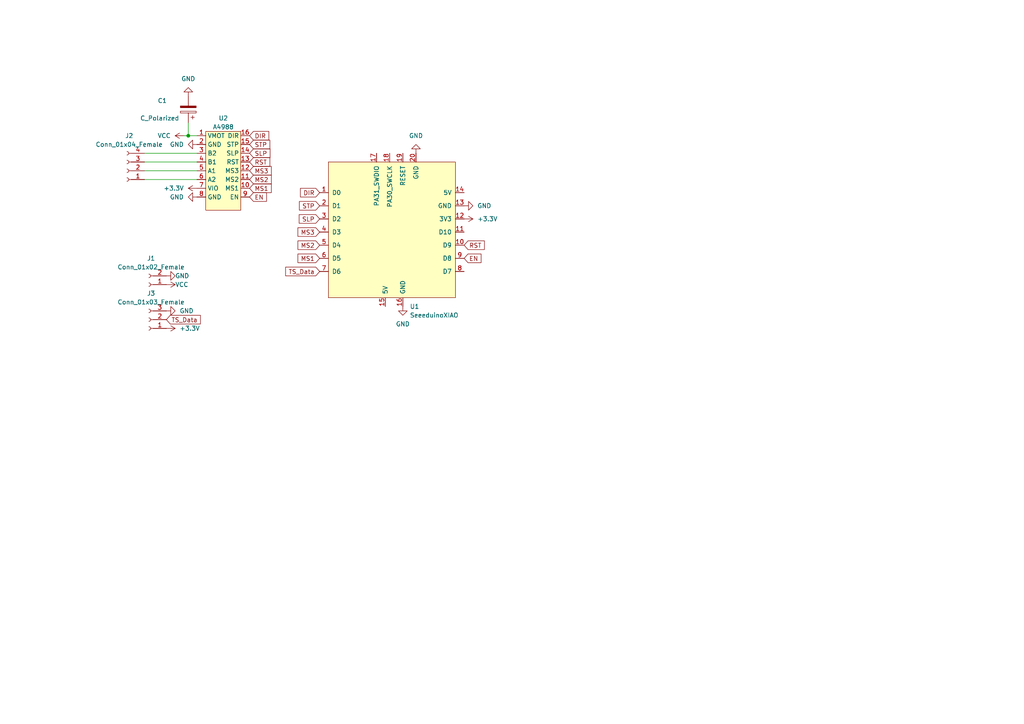
<source format=kicad_sch>
(kicad_sch (version 20211123) (generator eeschema)

  (uuid d76ab199-a09f-489e-8a1e-61345c706555)

  (paper "A4")

  (lib_symbols
    (symbol "Connector:Conn_01x02_Female" (pin_names (offset 1.016) hide) (in_bom yes) (on_board yes)
      (property "Reference" "J" (id 0) (at 0 2.54 0)
        (effects (font (size 1.27 1.27)))
      )
      (property "Value" "Conn_01x02_Female" (id 1) (at 0 -5.08 0)
        (effects (font (size 1.27 1.27)))
      )
      (property "Footprint" "" (id 2) (at 0 0 0)
        (effects (font (size 1.27 1.27)) hide)
      )
      (property "Datasheet" "~" (id 3) (at 0 0 0)
        (effects (font (size 1.27 1.27)) hide)
      )
      (property "ki_keywords" "connector" (id 4) (at 0 0 0)
        (effects (font (size 1.27 1.27)) hide)
      )
      (property "ki_description" "Generic connector, single row, 01x02, script generated (kicad-library-utils/schlib/autogen/connector/)" (id 5) (at 0 0 0)
        (effects (font (size 1.27 1.27)) hide)
      )
      (property "ki_fp_filters" "Connector*:*_1x??_*" (id 6) (at 0 0 0)
        (effects (font (size 1.27 1.27)) hide)
      )
      (symbol "Conn_01x02_Female_1_1"
        (arc (start 0 -2.032) (mid -0.508 -2.54) (end 0 -3.048)
          (stroke (width 0.1524) (type default) (color 0 0 0 0))
          (fill (type none))
        )
        (polyline
          (pts
            (xy -1.27 -2.54)
            (xy -0.508 -2.54)
          )
          (stroke (width 0.1524) (type default) (color 0 0 0 0))
          (fill (type none))
        )
        (polyline
          (pts
            (xy -1.27 0)
            (xy -0.508 0)
          )
          (stroke (width 0.1524) (type default) (color 0 0 0 0))
          (fill (type none))
        )
        (arc (start 0 0.508) (mid -0.508 0) (end 0 -0.508)
          (stroke (width 0.1524) (type default) (color 0 0 0 0))
          (fill (type none))
        )
        (pin passive line (at -5.08 0 0) (length 3.81)
          (name "Pin_1" (effects (font (size 1.27 1.27))))
          (number "1" (effects (font (size 1.27 1.27))))
        )
        (pin passive line (at -5.08 -2.54 0) (length 3.81)
          (name "Pin_2" (effects (font (size 1.27 1.27))))
          (number "2" (effects (font (size 1.27 1.27))))
        )
      )
    )
    (symbol "Connector:Conn_01x03_Female" (pin_names (offset 1.016) hide) (in_bom yes) (on_board yes)
      (property "Reference" "J" (id 0) (at 0 5.08 0)
        (effects (font (size 1.27 1.27)))
      )
      (property "Value" "Conn_01x03_Female" (id 1) (at 0 -5.08 0)
        (effects (font (size 1.27 1.27)))
      )
      (property "Footprint" "" (id 2) (at 0 0 0)
        (effects (font (size 1.27 1.27)) hide)
      )
      (property "Datasheet" "~" (id 3) (at 0 0 0)
        (effects (font (size 1.27 1.27)) hide)
      )
      (property "ki_keywords" "connector" (id 4) (at 0 0 0)
        (effects (font (size 1.27 1.27)) hide)
      )
      (property "ki_description" "Generic connector, single row, 01x03, script generated (kicad-library-utils/schlib/autogen/connector/)" (id 5) (at 0 0 0)
        (effects (font (size 1.27 1.27)) hide)
      )
      (property "ki_fp_filters" "Connector*:*_1x??_*" (id 6) (at 0 0 0)
        (effects (font (size 1.27 1.27)) hide)
      )
      (symbol "Conn_01x03_Female_1_1"
        (arc (start 0 -2.032) (mid -0.508 -2.54) (end 0 -3.048)
          (stroke (width 0.1524) (type default) (color 0 0 0 0))
          (fill (type none))
        )
        (polyline
          (pts
            (xy -1.27 -2.54)
            (xy -0.508 -2.54)
          )
          (stroke (width 0.1524) (type default) (color 0 0 0 0))
          (fill (type none))
        )
        (polyline
          (pts
            (xy -1.27 0)
            (xy -0.508 0)
          )
          (stroke (width 0.1524) (type default) (color 0 0 0 0))
          (fill (type none))
        )
        (polyline
          (pts
            (xy -1.27 2.54)
            (xy -0.508 2.54)
          )
          (stroke (width 0.1524) (type default) (color 0 0 0 0))
          (fill (type none))
        )
        (arc (start 0 0.508) (mid -0.508 0) (end 0 -0.508)
          (stroke (width 0.1524) (type default) (color 0 0 0 0))
          (fill (type none))
        )
        (arc (start 0 3.048) (mid -0.508 2.54) (end 0 2.032)
          (stroke (width 0.1524) (type default) (color 0 0 0 0))
          (fill (type none))
        )
        (pin passive line (at -5.08 2.54 0) (length 3.81)
          (name "Pin_1" (effects (font (size 1.27 1.27))))
          (number "1" (effects (font (size 1.27 1.27))))
        )
        (pin passive line (at -5.08 0 0) (length 3.81)
          (name "Pin_2" (effects (font (size 1.27 1.27))))
          (number "2" (effects (font (size 1.27 1.27))))
        )
        (pin passive line (at -5.08 -2.54 0) (length 3.81)
          (name "Pin_3" (effects (font (size 1.27 1.27))))
          (number "3" (effects (font (size 1.27 1.27))))
        )
      )
    )
    (symbol "Connector:Conn_01x04_Female" (pin_names (offset 1.016) hide) (in_bom yes) (on_board yes)
      (property "Reference" "J" (id 0) (at 0 5.08 0)
        (effects (font (size 1.27 1.27)))
      )
      (property "Value" "Conn_01x04_Female" (id 1) (at 0 -7.62 0)
        (effects (font (size 1.27 1.27)))
      )
      (property "Footprint" "" (id 2) (at 0 0 0)
        (effects (font (size 1.27 1.27)) hide)
      )
      (property "Datasheet" "~" (id 3) (at 0 0 0)
        (effects (font (size 1.27 1.27)) hide)
      )
      (property "ki_keywords" "connector" (id 4) (at 0 0 0)
        (effects (font (size 1.27 1.27)) hide)
      )
      (property "ki_description" "Generic connector, single row, 01x04, script generated (kicad-library-utils/schlib/autogen/connector/)" (id 5) (at 0 0 0)
        (effects (font (size 1.27 1.27)) hide)
      )
      (property "ki_fp_filters" "Connector*:*_1x??_*" (id 6) (at 0 0 0)
        (effects (font (size 1.27 1.27)) hide)
      )
      (symbol "Conn_01x04_Female_1_1"
        (arc (start 0 -4.572) (mid -0.508 -5.08) (end 0 -5.588)
          (stroke (width 0.1524) (type default) (color 0 0 0 0))
          (fill (type none))
        )
        (arc (start 0 -2.032) (mid -0.508 -2.54) (end 0 -3.048)
          (stroke (width 0.1524) (type default) (color 0 0 0 0))
          (fill (type none))
        )
        (polyline
          (pts
            (xy -1.27 -5.08)
            (xy -0.508 -5.08)
          )
          (stroke (width 0.1524) (type default) (color 0 0 0 0))
          (fill (type none))
        )
        (polyline
          (pts
            (xy -1.27 -2.54)
            (xy -0.508 -2.54)
          )
          (stroke (width 0.1524) (type default) (color 0 0 0 0))
          (fill (type none))
        )
        (polyline
          (pts
            (xy -1.27 0)
            (xy -0.508 0)
          )
          (stroke (width 0.1524) (type default) (color 0 0 0 0))
          (fill (type none))
        )
        (polyline
          (pts
            (xy -1.27 2.54)
            (xy -0.508 2.54)
          )
          (stroke (width 0.1524) (type default) (color 0 0 0 0))
          (fill (type none))
        )
        (arc (start 0 0.508) (mid -0.508 0) (end 0 -0.508)
          (stroke (width 0.1524) (type default) (color 0 0 0 0))
          (fill (type none))
        )
        (arc (start 0 3.048) (mid -0.508 2.54) (end 0 2.032)
          (stroke (width 0.1524) (type default) (color 0 0 0 0))
          (fill (type none))
        )
        (pin passive line (at -5.08 2.54 0) (length 3.81)
          (name "Pin_1" (effects (font (size 1.27 1.27))))
          (number "1" (effects (font (size 1.27 1.27))))
        )
        (pin passive line (at -5.08 0 0) (length 3.81)
          (name "Pin_2" (effects (font (size 1.27 1.27))))
          (number "2" (effects (font (size 1.27 1.27))))
        )
        (pin passive line (at -5.08 -2.54 0) (length 3.81)
          (name "Pin_3" (effects (font (size 1.27 1.27))))
          (number "3" (effects (font (size 1.27 1.27))))
        )
        (pin passive line (at -5.08 -5.08 0) (length 3.81)
          (name "Pin_4" (effects (font (size 1.27 1.27))))
          (number "4" (effects (font (size 1.27 1.27))))
        )
      )
    )
    (symbol "Device:C_Polarized" (pin_numbers hide) (pin_names (offset 0.254)) (in_bom yes) (on_board yes)
      (property "Reference" "C" (id 0) (at 0.635 2.54 0)
        (effects (font (size 1.27 1.27)) (justify left))
      )
      (property "Value" "C_Polarized" (id 1) (at 0.635 -2.54 0)
        (effects (font (size 1.27 1.27)) (justify left))
      )
      (property "Footprint" "" (id 2) (at 0.9652 -3.81 0)
        (effects (font (size 1.27 1.27)) hide)
      )
      (property "Datasheet" "~" (id 3) (at 0 0 0)
        (effects (font (size 1.27 1.27)) hide)
      )
      (property "ki_keywords" "cap capacitor" (id 4) (at 0 0 0)
        (effects (font (size 1.27 1.27)) hide)
      )
      (property "ki_description" "Polarized capacitor" (id 5) (at 0 0 0)
        (effects (font (size 1.27 1.27)) hide)
      )
      (property "ki_fp_filters" "CP_*" (id 6) (at 0 0 0)
        (effects (font (size 1.27 1.27)) hide)
      )
      (symbol "C_Polarized_0_1"
        (rectangle (start -2.286 0.508) (end 2.286 1.016)
          (stroke (width 0) (type default) (color 0 0 0 0))
          (fill (type none))
        )
        (polyline
          (pts
            (xy -1.778 2.286)
            (xy -0.762 2.286)
          )
          (stroke (width 0) (type default) (color 0 0 0 0))
          (fill (type none))
        )
        (polyline
          (pts
            (xy -1.27 2.794)
            (xy -1.27 1.778)
          )
          (stroke (width 0) (type default) (color 0 0 0 0))
          (fill (type none))
        )
        (rectangle (start 2.286 -0.508) (end -2.286 -1.016)
          (stroke (width 0) (type default) (color 0 0 0 0))
          (fill (type outline))
        )
      )
      (symbol "C_Polarized_1_1"
        (pin passive line (at 0 3.81 270) (length 2.794)
          (name "~" (effects (font (size 1.27 1.27))))
          (number "1" (effects (font (size 1.27 1.27))))
        )
        (pin passive line (at 0 -3.81 90) (length 2.794)
          (name "~" (effects (font (size 1.27 1.27))))
          (number "2" (effects (font (size 1.27 1.27))))
        )
      )
    )
    (symbol "Seeeduino XIAO:SeeeduinoXIAO" (pin_names (offset 1.016)) (in_bom yes) (on_board yes)
      (property "Reference" "U" (id 0) (at -19.05 22.86 0)
        (effects (font (size 1.27 1.27)))
      )
      (property "Value" "SeeeduinoXIAO" (id 1) (at -12.7 21.59 0)
        (effects (font (size 1.27 1.27)))
      )
      (property "Footprint" "Seeed studio:Seeeduino XIAO-MOUDLE14P-2.54-21X17.8MM" (id 2) (at 0 30.48 0)
        (effects (font (size 1.27 1.27)) hide)
      )
      (property "Datasheet" "" (id 3) (at -8.89 5.08 0)
        (effects (font (size 1.27 1.27)) hide)
      )
      (symbol "SeeeduinoXIAO_0_1"
        (rectangle (start -19.05 20.32) (end 17.78 -19.05)
          (stroke (width 0) (type default) (color 0 0 0 0))
          (fill (type background))
        )
      )
      (symbol "SeeeduinoXIAO_1_1"
        (pin unspecified line (at -21.59 11.43 0) (length 2.54)
          (name "D0" (effects (font (size 1.27 1.27))))
          (number "1" (effects (font (size 1.27 1.27))))
        )
        (pin unspecified line (at 20.32 -3.81 180) (length 2.54)
          (name "D9" (effects (font (size 1.27 1.27))))
          (number "10" (effects (font (size 1.27 1.27))))
        )
        (pin unspecified line (at 20.32 0 180) (length 2.54)
          (name "D10" (effects (font (size 1.27 1.27))))
          (number "11" (effects (font (size 1.27 1.27))))
        )
        (pin unspecified line (at 20.32 3.81 180) (length 2.54)
          (name "3V3" (effects (font (size 1.27 1.27))))
          (number "12" (effects (font (size 1.27 1.27))))
        )
        (pin unspecified line (at 20.32 7.62 180) (length 2.54)
          (name "GND" (effects (font (size 1.27 1.27))))
          (number "13" (effects (font (size 1.27 1.27))))
        )
        (pin unspecified line (at 20.32 11.43 180) (length 2.54)
          (name "5V" (effects (font (size 1.27 1.27))))
          (number "14" (effects (font (size 1.27 1.27))))
        )
        (pin input line (at -2.54 -21.59 90) (length 2.54)
          (name "5V" (effects (font (size 1.27 1.27))))
          (number "15" (effects (font (size 1.27 1.27))))
        )
        (pin input line (at 2.54 -21.59 90) (length 2.54)
          (name "GND" (effects (font (size 1.27 1.27))))
          (number "16" (effects (font (size 1.27 1.27))))
        )
        (pin input line (at -5.08 22.86 270) (length 2.54)
          (name "PA31_SWDIO" (effects (font (size 1.27 1.27))))
          (number "17" (effects (font (size 1.27 1.27))))
        )
        (pin input line (at -1.27 22.86 270) (length 2.54)
          (name "PA30_SWCLK" (effects (font (size 1.27 1.27))))
          (number "18" (effects (font (size 1.27 1.27))))
        )
        (pin input line (at 2.54 22.86 270) (length 2.54)
          (name "RESET" (effects (font (size 1.27 1.27))))
          (number "19" (effects (font (size 1.27 1.27))))
        )
        (pin unspecified line (at -21.59 7.62 0) (length 2.54)
          (name "D1" (effects (font (size 1.27 1.27))))
          (number "2" (effects (font (size 1.27 1.27))))
        )
        (pin input line (at 6.35 22.86 270) (length 2.54)
          (name "GND" (effects (font (size 1.27 1.27))))
          (number "20" (effects (font (size 1.27 1.27))))
        )
        (pin unspecified line (at -21.59 3.81 0) (length 2.54)
          (name "D2" (effects (font (size 1.27 1.27))))
          (number "3" (effects (font (size 1.27 1.27))))
        )
        (pin unspecified line (at -21.59 0 0) (length 2.54)
          (name "D3" (effects (font (size 1.27 1.27))))
          (number "4" (effects (font (size 1.27 1.27))))
        )
        (pin unspecified line (at -21.59 -3.81 0) (length 2.54)
          (name "D4" (effects (font (size 1.27 1.27))))
          (number "5" (effects (font (size 1.27 1.27))))
        )
        (pin unspecified line (at -21.59 -7.62 0) (length 2.54)
          (name "D5" (effects (font (size 1.27 1.27))))
          (number "6" (effects (font (size 1.27 1.27))))
        )
        (pin unspecified line (at -21.59 -11.43 0) (length 2.54)
          (name "D6" (effects (font (size 1.27 1.27))))
          (number "7" (effects (font (size 1.27 1.27))))
        )
        (pin unspecified line (at 20.32 -11.43 180) (length 2.54)
          (name "D7" (effects (font (size 1.27 1.27))))
          (number "8" (effects (font (size 1.27 1.27))))
        )
        (pin unspecified line (at 20.32 -7.62 180) (length 2.54)
          (name "D8" (effects (font (size 1.27 1.27))))
          (number "9" (effects (font (size 1.27 1.27))))
        )
      )
    )
    (symbol "Stepper_Motor_Drivers:A4988" (in_bom yes) (on_board yes)
      (property "Reference" "U" (id 0) (at 0 0 0)
        (effects (font (size 1.27 1.27)))
      )
      (property "Value" "A4988" (id 1) (at 0 2.54 0)
        (effects (font (size 1.27 1.27)))
      )
      (property "Footprint" "StepperMotorDrivers:A4988" (id 2) (at 1.27 5.08 0)
        (effects (font (size 1.27 1.27)) hide)
      )
      (property "Datasheet" "" (id 3) (at 1.27 -1.27 0)
        (effects (font (size 1.27 1.27)) hide)
      )
      (symbol "A4988_0_1"
        (rectangle (start -5.08 -1.27) (end 5.08 -24.13)
          (stroke (width 0) (type default) (color 0 0 0 0))
          (fill (type background))
        )
      )
      (symbol "A4988_1_1"
        (pin input line (at -7.62 -2.54 0) (length 2.54)
          (name "VMOT" (effects (font (size 1.27 1.27))))
          (number "1" (effects (font (size 1.27 1.27))))
        )
        (pin input line (at 7.62 -17.78 180) (length 2.54)
          (name "MS1" (effects (font (size 1.27 1.27))))
          (number "10" (effects (font (size 1.27 1.27))))
        )
        (pin input line (at 7.62 -15.24 180) (length 2.54)
          (name "MS2" (effects (font (size 1.27 1.27))))
          (number "11" (effects (font (size 1.27 1.27))))
        )
        (pin input line (at 7.62 -12.7 180) (length 2.54)
          (name "MS3" (effects (font (size 1.27 1.27))))
          (number "12" (effects (font (size 1.27 1.27))))
        )
        (pin input line (at 7.62 -10.16 180) (length 2.54)
          (name "RST" (effects (font (size 1.27 1.27))))
          (number "13" (effects (font (size 1.27 1.27))))
        )
        (pin input line (at 7.62 -7.62 180) (length 2.54)
          (name "SLP" (effects (font (size 1.27 1.27))))
          (number "14" (effects (font (size 1.27 1.27))))
        )
        (pin input line (at 7.62 -5.08 180) (length 2.54)
          (name "STP" (effects (font (size 1.27 1.27))))
          (number "15" (effects (font (size 1.27 1.27))))
        )
        (pin input line (at 7.62 -2.54 180) (length 2.54)
          (name "DIR" (effects (font (size 1.27 1.27))))
          (number "16" (effects (font (size 1.27 1.27))))
        )
        (pin input line (at -7.62 -5.08 0) (length 2.54)
          (name "GND" (effects (font (size 1.27 1.27))))
          (number "2" (effects (font (size 1.27 1.27))))
        )
        (pin input line (at -7.62 -7.62 0) (length 2.54)
          (name "B2" (effects (font (size 1.27 1.27))))
          (number "3" (effects (font (size 1.27 1.27))))
        )
        (pin input line (at -7.62 -10.16 0) (length 2.54)
          (name "B1" (effects (font (size 1.27 1.27))))
          (number "4" (effects (font (size 1.27 1.27))))
        )
        (pin input line (at -7.62 -12.7 0) (length 2.54)
          (name "A1" (effects (font (size 1.27 1.27))))
          (number "5" (effects (font (size 1.27 1.27))))
        )
        (pin input line (at -7.62 -15.24 0) (length 2.54)
          (name "A2" (effects (font (size 1.27 1.27))))
          (number "6" (effects (font (size 1.27 1.27))))
        )
        (pin input line (at -7.62 -17.78 0) (length 2.54)
          (name "VIO" (effects (font (size 1.27 1.27))))
          (number "7" (effects (font (size 1.27 1.27))))
        )
        (pin input line (at -7.62 -20.32 0) (length 2.54)
          (name "GND" (effects (font (size 1.27 1.27))))
          (number "8" (effects (font (size 1.27 1.27))))
        )
        (pin input line (at 7.62 -20.32 180) (length 2.54)
          (name "EN" (effects (font (size 1.27 1.27))))
          (number "9" (effects (font (size 1.27 1.27))))
        )
      )
    )
    (symbol "power:+3.3V" (power) (pin_names (offset 0)) (in_bom yes) (on_board yes)
      (property "Reference" "#PWR" (id 0) (at 0 -3.81 0)
        (effects (font (size 1.27 1.27)) hide)
      )
      (property "Value" "+3.3V" (id 1) (at 0 3.556 0)
        (effects (font (size 1.27 1.27)))
      )
      (property "Footprint" "" (id 2) (at 0 0 0)
        (effects (font (size 1.27 1.27)) hide)
      )
      (property "Datasheet" "" (id 3) (at 0 0 0)
        (effects (font (size 1.27 1.27)) hide)
      )
      (property "ki_keywords" "power-flag" (id 4) (at 0 0 0)
        (effects (font (size 1.27 1.27)) hide)
      )
      (property "ki_description" "Power symbol creates a global label with name \"+3.3V\"" (id 5) (at 0 0 0)
        (effects (font (size 1.27 1.27)) hide)
      )
      (symbol "+3.3V_0_1"
        (polyline
          (pts
            (xy -0.762 1.27)
            (xy 0 2.54)
          )
          (stroke (width 0) (type default) (color 0 0 0 0))
          (fill (type none))
        )
        (polyline
          (pts
            (xy 0 0)
            (xy 0 2.54)
          )
          (stroke (width 0) (type default) (color 0 0 0 0))
          (fill (type none))
        )
        (polyline
          (pts
            (xy 0 2.54)
            (xy 0.762 1.27)
          )
          (stroke (width 0) (type default) (color 0 0 0 0))
          (fill (type none))
        )
      )
      (symbol "+3.3V_1_1"
        (pin power_in line (at 0 0 90) (length 0) hide
          (name "+3.3V" (effects (font (size 1.27 1.27))))
          (number "1" (effects (font (size 1.27 1.27))))
        )
      )
    )
    (symbol "power:GND" (power) (pin_names (offset 0)) (in_bom yes) (on_board yes)
      (property "Reference" "#PWR" (id 0) (at 0 -6.35 0)
        (effects (font (size 1.27 1.27)) hide)
      )
      (property "Value" "GND" (id 1) (at 0 -3.81 0)
        (effects (font (size 1.27 1.27)))
      )
      (property "Footprint" "" (id 2) (at 0 0 0)
        (effects (font (size 1.27 1.27)) hide)
      )
      (property "Datasheet" "" (id 3) (at 0 0 0)
        (effects (font (size 1.27 1.27)) hide)
      )
      (property "ki_keywords" "power-flag" (id 4) (at 0 0 0)
        (effects (font (size 1.27 1.27)) hide)
      )
      (property "ki_description" "Power symbol creates a global label with name \"GND\" , ground" (id 5) (at 0 0 0)
        (effects (font (size 1.27 1.27)) hide)
      )
      (symbol "GND_0_1"
        (polyline
          (pts
            (xy 0 0)
            (xy 0 -1.27)
            (xy 1.27 -1.27)
            (xy 0 -2.54)
            (xy -1.27 -1.27)
            (xy 0 -1.27)
          )
          (stroke (width 0) (type default) (color 0 0 0 0))
          (fill (type none))
        )
      )
      (symbol "GND_1_1"
        (pin power_in line (at 0 0 270) (length 0) hide
          (name "GND" (effects (font (size 1.27 1.27))))
          (number "1" (effects (font (size 1.27 1.27))))
        )
      )
    )
    (symbol "power:VCC" (power) (pin_names (offset 0)) (in_bom yes) (on_board yes)
      (property "Reference" "#PWR" (id 0) (at 0 -3.81 0)
        (effects (font (size 1.27 1.27)) hide)
      )
      (property "Value" "VCC" (id 1) (at 0 3.81 0)
        (effects (font (size 1.27 1.27)))
      )
      (property "Footprint" "" (id 2) (at 0 0 0)
        (effects (font (size 1.27 1.27)) hide)
      )
      (property "Datasheet" "" (id 3) (at 0 0 0)
        (effects (font (size 1.27 1.27)) hide)
      )
      (property "ki_keywords" "power-flag" (id 4) (at 0 0 0)
        (effects (font (size 1.27 1.27)) hide)
      )
      (property "ki_description" "Power symbol creates a global label with name \"VCC\"" (id 5) (at 0 0 0)
        (effects (font (size 1.27 1.27)) hide)
      )
      (symbol "VCC_0_1"
        (polyline
          (pts
            (xy -0.762 1.27)
            (xy 0 2.54)
          )
          (stroke (width 0) (type default) (color 0 0 0 0))
          (fill (type none))
        )
        (polyline
          (pts
            (xy 0 0)
            (xy 0 2.54)
          )
          (stroke (width 0) (type default) (color 0 0 0 0))
          (fill (type none))
        )
        (polyline
          (pts
            (xy 0 2.54)
            (xy 0.762 1.27)
          )
          (stroke (width 0) (type default) (color 0 0 0 0))
          (fill (type none))
        )
      )
      (symbol "VCC_1_1"
        (pin power_in line (at 0 0 90) (length 0) hide
          (name "VCC" (effects (font (size 1.27 1.27))))
          (number "1" (effects (font (size 1.27 1.27))))
        )
      )
    )
  )

  (junction (at 54.61 39.37) (diameter 0) (color 0 0 0 0)
    (uuid 31c9553e-29e2-48b5-86a4-02f39f93e19a)
  )

  (wire (pts (xy 54.61 35.56) (xy 54.61 39.37))
    (stroke (width 0) (type default) (color 0 0 0 0))
    (uuid 0aa13a68-0d55-4ec3-8843-0b528635119d)
  )
  (wire (pts (xy 41.91 46.99) (xy 57.15 46.99))
    (stroke (width 0) (type default) (color 0 0 0 0))
    (uuid 20050174-55b4-450f-b8f7-25fcac38cafb)
  )
  (wire (pts (xy 53.34 39.37) (xy 54.61 39.37))
    (stroke (width 0) (type default) (color 0 0 0 0))
    (uuid 30ffa9e5-2182-4287-8a2c-ab35976c50c3)
  )
  (wire (pts (xy 54.61 39.37) (xy 57.15 39.37))
    (stroke (width 0) (type default) (color 0 0 0 0))
    (uuid 95c79f92-54f0-4f1f-b4fe-7357b426c3c2)
  )
  (wire (pts (xy 41.91 44.45) (xy 57.15 44.45))
    (stroke (width 0) (type default) (color 0 0 0 0))
    (uuid bdc7968b-29fa-4f7f-b1d0-0b5df0d21c5e)
  )
  (wire (pts (xy 41.91 52.07) (xy 57.15 52.07))
    (stroke (width 0) (type default) (color 0 0 0 0))
    (uuid c7c1aeca-2abc-42ec-a7bf-91966641b64a)
  )
  (wire (pts (xy 41.91 49.53) (xy 57.15 49.53))
    (stroke (width 0) (type default) (color 0 0 0 0))
    (uuid f2505122-f91f-460d-a8e6-1ba71269c1cd)
  )

  (global_label "RST" (shape input) (at 72.39 46.99 0) (fields_autoplaced)
    (effects (font (size 1.27 1.27)) (justify left))
    (uuid 13a2a93c-673b-4a4e-88c5-55cc80307ffa)
    (property "Intersheet References" "${INTERSHEET_REFS}" (id 0) (at 78.2502 46.9106 0)
      (effects (font (size 1.27 1.27)) (justify left) hide)
    )
  )
  (global_label "STP" (shape input) (at 92.71 59.69 180) (fields_autoplaced)
    (effects (font (size 1.27 1.27)) (justify right))
    (uuid 142feca1-d287-427b-bf16-68599e8fb1eb)
    (property "Intersheet References" "${INTERSHEET_REFS}" (id 0) (at 86.8498 59.6106 0)
      (effects (font (size 1.27 1.27)) (justify right) hide)
    )
  )
  (global_label "MS2" (shape input) (at 72.39 52.07 0) (fields_autoplaced)
    (effects (font (size 1.27 1.27)) (justify left))
    (uuid 1ad30908-36d5-4e54-85b4-bef9914e5ae1)
    (property "Intersheet References" "${INTERSHEET_REFS}" (id 0) (at 78.6736 51.9906 0)
      (effects (font (size 1.27 1.27)) (justify left) hide)
    )
  )
  (global_label "SLP" (shape input) (at 72.39 44.45 0) (fields_autoplaced)
    (effects (font (size 1.27 1.27)) (justify left))
    (uuid 42ba1711-da39-40ff-b104-77cd0c094a3c)
    (property "Intersheet References" "${INTERSHEET_REFS}" (id 0) (at 78.3107 44.3706 0)
      (effects (font (size 1.27 1.27)) (justify left) hide)
    )
  )
  (global_label "EN" (shape input) (at 72.39 57.15 0) (fields_autoplaced)
    (effects (font (size 1.27 1.27)) (justify left))
    (uuid 474c03e3-322b-49ad-88cd-4cf83dd0ba31)
    (property "Intersheet References" "${INTERSHEET_REFS}" (id 0) (at 77.2826 57.0706 0)
      (effects (font (size 1.27 1.27)) (justify left) hide)
    )
  )
  (global_label "MS2" (shape input) (at 92.71 71.12 180) (fields_autoplaced)
    (effects (font (size 1.27 1.27)) (justify right))
    (uuid 4bc237f3-7a8f-4647-a8c2-9479060926e9)
    (property "Intersheet References" "${INTERSHEET_REFS}" (id 0) (at 86.4264 71.0406 0)
      (effects (font (size 1.27 1.27)) (justify right) hide)
    )
  )
  (global_label "DIR" (shape input) (at 92.71 55.88 180) (fields_autoplaced)
    (effects (font (size 1.27 1.27)) (justify right))
    (uuid 564b8e5f-21e0-4047-826e-cd11fc40d34d)
    (property "Intersheet References" "${INTERSHEET_REFS}" (id 0) (at 87.1521 55.8006 0)
      (effects (font (size 1.27 1.27)) (justify right) hide)
    )
  )
  (global_label "MS3" (shape input) (at 72.39 49.53 0) (fields_autoplaced)
    (effects (font (size 1.27 1.27)) (justify left))
    (uuid 5dc791a7-7fe2-497d-b542-f25cfdd5bbd2)
    (property "Intersheet References" "${INTERSHEET_REFS}" (id 0) (at 78.6736 49.4506 0)
      (effects (font (size 1.27 1.27)) (justify left) hide)
    )
  )
  (global_label "STP" (shape input) (at 72.39 41.91 0) (fields_autoplaced)
    (effects (font (size 1.27 1.27)) (justify left))
    (uuid 643afa25-19ea-45b3-90b1-84a5bb0ee6b7)
    (property "Intersheet References" "${INTERSHEET_REFS}" (id 0) (at 78.2502 41.8306 0)
      (effects (font (size 1.27 1.27)) (justify left) hide)
    )
  )
  (global_label "MS3" (shape input) (at 92.71 67.31 180) (fields_autoplaced)
    (effects (font (size 1.27 1.27)) (justify right))
    (uuid 66d72596-c2f2-4578-ab78-7c588c080323)
    (property "Intersheet References" "${INTERSHEET_REFS}" (id 0) (at 86.4264 67.2306 0)
      (effects (font (size 1.27 1.27)) (justify right) hide)
    )
  )
  (global_label "DIR" (shape input) (at 72.39 39.37 0) (fields_autoplaced)
    (effects (font (size 1.27 1.27)) (justify left))
    (uuid 8539bbdf-f44b-40b8-99c5-253886b7ddff)
    (property "Intersheet References" "${INTERSHEET_REFS}" (id 0) (at 77.9479 39.2906 0)
      (effects (font (size 1.27 1.27)) (justify left) hide)
    )
  )
  (global_label "TS_Data" (shape input) (at 92.71 78.74 180) (fields_autoplaced)
    (effects (font (size 1.27 1.27)) (justify right))
    (uuid 91b54598-9db0-4ffc-8d19-258ed9f5484d)
    (property "Intersheet References" "${INTERSHEET_REFS}" (id 0) (at 82.8583 78.6606 0)
      (effects (font (size 1.27 1.27)) (justify right) hide)
    )
  )
  (global_label "MS1" (shape input) (at 92.71 74.93 180) (fields_autoplaced)
    (effects (font (size 1.27 1.27)) (justify right))
    (uuid 9660bcf7-9a01-4ba4-9079-6a76451bf897)
    (property "Intersheet References" "${INTERSHEET_REFS}" (id 0) (at 86.4264 74.8506 0)
      (effects (font (size 1.27 1.27)) (justify right) hide)
    )
  )
  (global_label "SLP" (shape input) (at 92.71 63.5 180) (fields_autoplaced)
    (effects (font (size 1.27 1.27)) (justify right))
    (uuid b33c94e8-72ab-4249-b6d6-bc647207ba74)
    (property "Intersheet References" "${INTERSHEET_REFS}" (id 0) (at 86.7893 63.4206 0)
      (effects (font (size 1.27 1.27)) (justify right) hide)
    )
  )
  (global_label "TS_Data" (shape input) (at 48.26 92.71 0) (fields_autoplaced)
    (effects (font (size 1.27 1.27)) (justify left))
    (uuid c8d000b2-f45f-4b17-8516-72b627b05ae8)
    (property "Intersheet References" "${INTERSHEET_REFS}" (id 0) (at 58.1117 92.6306 0)
      (effects (font (size 1.27 1.27)) (justify left) hide)
    )
  )
  (global_label "RST" (shape input) (at 134.62 71.12 0) (fields_autoplaced)
    (effects (font (size 1.27 1.27)) (justify left))
    (uuid d60aea47-3d6d-4502-adc7-1048d62a5c54)
    (property "Intersheet References" "${INTERSHEET_REFS}" (id 0) (at 140.4802 71.0406 0)
      (effects (font (size 1.27 1.27)) (justify left) hide)
    )
  )
  (global_label "MS1" (shape input) (at 72.39 54.61 0) (fields_autoplaced)
    (effects (font (size 1.27 1.27)) (justify left))
    (uuid d679c63a-6358-40cf-b00f-63d04c0f833b)
    (property "Intersheet References" "${INTERSHEET_REFS}" (id 0) (at 78.6736 54.5306 0)
      (effects (font (size 1.27 1.27)) (justify left) hide)
    )
  )
  (global_label "EN" (shape input) (at 134.62 74.93 0) (fields_autoplaced)
    (effects (font (size 1.27 1.27)) (justify left))
    (uuid fa474447-90f9-4132-ac34-2c4737de85f7)
    (property "Intersheet References" "${INTERSHEET_REFS}" (id 0) (at 139.5126 74.8506 0)
      (effects (font (size 1.27 1.27)) (justify left) hide)
    )
  )

  (symbol (lib_id "power:GND") (at 57.15 57.15 270) (unit 1)
    (in_bom yes) (on_board yes) (fields_autoplaced)
    (uuid 00926c76-72ce-4176-ad56-74d6d3a5ca0a)
    (property "Reference" "#PWR011" (id 0) (at 50.8 57.15 0)
      (effects (font (size 1.27 1.27)) hide)
    )
    (property "Value" "GND" (id 1) (at 53.34 57.1499 90)
      (effects (font (size 1.27 1.27)) (justify right))
    )
    (property "Footprint" "" (id 2) (at 57.15 57.15 0)
      (effects (font (size 1.27 1.27)) hide)
    )
    (property "Datasheet" "" (id 3) (at 57.15 57.15 0)
      (effects (font (size 1.27 1.27)) hide)
    )
    (pin "1" (uuid c3f83951-12d7-425a-9d57-9c80c6dfd853))
  )

  (symbol (lib_id "power:GND") (at 120.65 44.45 180) (unit 1)
    (in_bom yes) (on_board yes) (fields_autoplaced)
    (uuid 0830e2fb-4386-4af4-94ba-15a519aab07b)
    (property "Reference" "#PWR04" (id 0) (at 120.65 38.1 0)
      (effects (font (size 1.27 1.27)) hide)
    )
    (property "Value" "GND" (id 1) (at 120.65 39.37 0))
    (property "Footprint" "" (id 2) (at 120.65 44.45 0)
      (effects (font (size 1.27 1.27)) hide)
    )
    (property "Datasheet" "" (id 3) (at 120.65 44.45 0)
      (effects (font (size 1.27 1.27)) hide)
    )
    (pin "1" (uuid 36759a67-4c3b-43e3-8bf1-e94f823c9bf4))
  )

  (symbol (lib_id "power:GND") (at 116.84 88.9 0) (unit 1)
    (in_bom yes) (on_board yes) (fields_autoplaced)
    (uuid 212fcbe3-9a26-4acc-a6ba-ffa1902f9b25)
    (property "Reference" "#PWR03" (id 0) (at 116.84 95.25 0)
      (effects (font (size 1.27 1.27)) hide)
    )
    (property "Value" "GND" (id 1) (at 116.84 93.98 0))
    (property "Footprint" "" (id 2) (at 116.84 88.9 0)
      (effects (font (size 1.27 1.27)) hide)
    )
    (property "Datasheet" "" (id 3) (at 116.84 88.9 0)
      (effects (font (size 1.27 1.27)) hide)
    )
    (pin "1" (uuid 619f84dd-bf36-41b1-b569-3ab95e73251b))
  )

  (symbol (lib_id "power:+3.3V") (at 57.15 54.61 90) (unit 1)
    (in_bom yes) (on_board yes) (fields_autoplaced)
    (uuid 26f3b868-8539-4527-9007-ccafa7758d17)
    (property "Reference" "#PWR010" (id 0) (at 60.96 54.61 0)
      (effects (font (size 1.27 1.27)) hide)
    )
    (property "Value" "+3.3V" (id 1) (at 53.34 54.6099 90)
      (effects (font (size 1.27 1.27)) (justify left))
    )
    (property "Footprint" "" (id 2) (at 57.15 54.61 0)
      (effects (font (size 1.27 1.27)) hide)
    )
    (property "Datasheet" "" (id 3) (at 57.15 54.61 0)
      (effects (font (size 1.27 1.27)) hide)
    )
    (pin "1" (uuid 42ab81ac-a9d9-4d75-91db-30203cac52c5))
  )

  (symbol (lib_id "Seeeduino XIAO:SeeeduinoXIAO") (at 114.3 67.31 0) (unit 1)
    (in_bom yes) (on_board yes) (fields_autoplaced)
    (uuid 2997648b-6ec8-4fb7-92ef-e07c452af67c)
    (property "Reference" "U1" (id 0) (at 118.8594 88.9 0)
      (effects (font (size 1.27 1.27)) (justify left))
    )
    (property "Value" "SeeeduinoXIAO" (id 1) (at 118.8594 91.44 0)
      (effects (font (size 1.27 1.27)) (justify left))
    )
    (property "Footprint" "Seeed studio:Seeeduino XIAO-MOUDLE14P-2.54-21X17.8MM" (id 2) (at 114.3 36.83 0)
      (effects (font (size 1.27 1.27)) hide)
    )
    (property "Datasheet" "" (id 3) (at 105.41 62.23 0)
      (effects (font (size 1.27 1.27)) hide)
    )
    (pin "1" (uuid 51b1e641-ca59-4990-9093-05323d3ee6c8))
    (pin "10" (uuid 8e16a468-1de2-4dd5-afe4-9147841c103b))
    (pin "11" (uuid 154b5a4f-3eaa-400b-9b85-5f944d5966f0))
    (pin "12" (uuid 2efaa010-8f3f-4c99-a0d3-5eabb60ebad4))
    (pin "13" (uuid fbb8f64d-258f-41ba-9422-828144479868))
    (pin "14" (uuid c9151ef3-578a-4bd6-ac82-1e809c88d197))
    (pin "15" (uuid e20e4c89-4563-4a76-924f-7214f949170f))
    (pin "16" (uuid 20f74097-8e20-4fc2-9999-44c4e422e3f9))
    (pin "17" (uuid 499c085e-4246-4cb6-8e76-ca0805135d00))
    (pin "18" (uuid e161c9fe-857b-4878-8c37-921ebe458ce0))
    (pin "19" (uuid 56c2051a-3852-4f9a-9ea3-d1c2808385ed))
    (pin "2" (uuid 6e4d7602-8455-4572-a77e-65f85daf33fa))
    (pin "20" (uuid f671c6c7-b24b-4726-b5c9-51bb816588d8))
    (pin "3" (uuid 9a6bf8fa-0bba-4d08-b325-fe285333dbc2))
    (pin "4" (uuid 728f7f0b-2506-40c3-94c3-130219a05d93))
    (pin "5" (uuid edf3d37f-9d75-472c-ad63-8ef907d0eb56))
    (pin "6" (uuid 1e57dab6-f6db-4ef3-8e44-8fcfd5d2e1df))
    (pin "7" (uuid 38c314d3-aba5-43e2-a8ac-121b4eda9631))
    (pin "8" (uuid b20aad0c-8407-479e-8ada-e9f9783c4c71))
    (pin "9" (uuid 83021f49-0f93-4e33-ab61-e153b54699fb))
  )

  (symbol (lib_id "Connector:Conn_01x02_Female") (at 43.18 82.55 180) (unit 1)
    (in_bom yes) (on_board yes) (fields_autoplaced)
    (uuid 420f8e96-0e9d-403c-bd83-3b3b28fbbdd8)
    (property "Reference" "J1" (id 0) (at 43.815 74.93 0))
    (property "Value" "Conn_01x02_Female" (id 1) (at 43.815 77.47 0))
    (property "Footprint" "Connector_BarrelJack:BarrelJack_GCT_DCJ200-10-A_Horizontal" (id 2) (at 43.18 82.55 0)
      (effects (font (size 1.27 1.27)) hide)
    )
    (property "Datasheet" "~" (id 3) (at 43.18 82.55 0)
      (effects (font (size 1.27 1.27)) hide)
    )
    (pin "1" (uuid 9ee5ceac-fc14-40dd-a041-8ee8386906b2))
    (pin "2" (uuid 0090dd55-fd8b-44a9-9704-0ea378e3b08f))
  )

  (symbol (lib_id "Connector:Conn_01x04_Female") (at 36.83 49.53 180) (unit 1)
    (in_bom yes) (on_board yes) (fields_autoplaced)
    (uuid 4343d3e4-dfcc-4735-8861-533c6496dbdb)
    (property "Reference" "J2" (id 0) (at 37.465 39.37 0))
    (property "Value" "Conn_01x04_Female" (id 1) (at 37.465 41.91 0))
    (property "Footprint" "TerminalBlock_TE-Connectivity:TerminalBlock_TE_282834-4_1x04_P2.54mm_Horizontal" (id 2) (at 36.83 49.53 0)
      (effects (font (size 1.27 1.27)) hide)
    )
    (property "Datasheet" "~" (id 3) (at 36.83 49.53 0)
      (effects (font (size 1.27 1.27)) hide)
    )
    (pin "1" (uuid 7cab6c9d-0f79-44a8-b537-897953046cdb))
    (pin "2" (uuid 3bbcb94f-3e55-4438-8bac-033c76c0a4a7))
    (pin "3" (uuid a5a63bae-3dc3-4a2d-8413-a33e3208529f))
    (pin "4" (uuid 39add62b-0180-4568-975a-d83eddd18b89))
  )

  (symbol (lib_id "Stepper_Motor_Drivers:A4988") (at 64.77 36.83 0) (unit 1)
    (in_bom yes) (on_board yes)
    (uuid 53149758-bff8-423e-bb6e-f8f49a130d1b)
    (property "Reference" "U2" (id 0) (at 64.77 34.29 0))
    (property "Value" "A4988" (id 1) (at 64.77 36.83 0))
    (property "Footprint" "StepperMotorDrivers:A4988" (id 2) (at 66.04 31.75 0)
      (effects (font (size 1.27 1.27)) hide)
    )
    (property "Datasheet" "" (id 3) (at 66.04 38.1 0)
      (effects (font (size 1.27 1.27)) hide)
    )
    (pin "1" (uuid a69aa266-fe62-4df5-a826-c789fb2baa61))
    (pin "10" (uuid aab8a2f5-08a0-4fad-89ea-f0f7086a976f))
    (pin "11" (uuid 130b6722-ccce-4c7b-ba55-e02cfe22fe6d))
    (pin "12" (uuid d156ff63-e14e-412f-92df-24c8e54979d4))
    (pin "13" (uuid de55d3ac-057c-4779-ae2f-6b011af83db8))
    (pin "14" (uuid 436dbd5a-5f78-42b7-a86f-72ff8690854c))
    (pin "15" (uuid ac366c43-2d80-4162-80cd-ea9a43f26798))
    (pin "16" (uuid c82ef846-7908-4784-9d08-e57038a92b60))
    (pin "2" (uuid bcb68f4e-3148-48e5-a37e-1727a95105d2))
    (pin "3" (uuid 6de202dc-c311-4e7c-becd-4ee775d58cb2))
    (pin "4" (uuid a490f1d7-2d91-46e7-b5e2-07af56f7f9ea))
    (pin "5" (uuid f6e47042-8c24-4e91-81ff-e2478efa7acd))
    (pin "6" (uuid 97b648e0-e926-4bc3-b709-c275fcd9e40a))
    (pin "7" (uuid d4be707b-21b6-4c30-bc11-ddde73bb2f9f))
    (pin "8" (uuid b0abca53-f9d8-4966-92d8-463b6bcc88ad))
    (pin "9" (uuid 7d39f90d-e204-4a43-b8ad-6a3cad9a736a))
  )

  (symbol (lib_id "power:GND") (at 48.26 80.01 90) (unit 1)
    (in_bom yes) (on_board yes)
    (uuid 5a0aea2c-6e7e-43da-85ad-5872ce17b163)
    (property "Reference" "#PWR01" (id 0) (at 54.61 80.01 0)
      (effects (font (size 1.27 1.27)) hide)
    )
    (property "Value" "GND" (id 1) (at 50.8 80.01 90)
      (effects (font (size 1.27 1.27)) (justify right))
    )
    (property "Footprint" "" (id 2) (at 48.26 80.01 0)
      (effects (font (size 1.27 1.27)) hide)
    )
    (property "Datasheet" "" (id 3) (at 48.26 80.01 0)
      (effects (font (size 1.27 1.27)) hide)
    )
    (pin "1" (uuid aa718df6-caf2-4679-af43-572514e29e31))
  )

  (symbol (lib_id "power:+3.3V") (at 134.62 63.5 270) (unit 1)
    (in_bom yes) (on_board yes) (fields_autoplaced)
    (uuid 651c2d9f-8e3e-4cf1-bc31-c22a9e45094c)
    (property "Reference" "#PWR06" (id 0) (at 130.81 63.5 0)
      (effects (font (size 1.27 1.27)) hide)
    )
    (property "Value" "+3.3V" (id 1) (at 138.43 63.4999 90)
      (effects (font (size 1.27 1.27)) (justify left))
    )
    (property "Footprint" "" (id 2) (at 134.62 63.5 0)
      (effects (font (size 1.27 1.27)) hide)
    )
    (property "Datasheet" "" (id 3) (at 134.62 63.5 0)
      (effects (font (size 1.27 1.27)) hide)
    )
    (pin "1" (uuid 195dea8b-e967-4585-8a9e-f86977205dab))
  )

  (symbol (lib_id "power:+3.3V") (at 48.26 95.25 270) (unit 1)
    (in_bom yes) (on_board yes) (fields_autoplaced)
    (uuid 694e88ce-0ed0-43e9-9cbf-abca86489350)
    (property "Reference" "#PWR013" (id 0) (at 44.45 95.25 0)
      (effects (font (size 1.27 1.27)) hide)
    )
    (property "Value" "+3.3V" (id 1) (at 52.07 95.2499 90)
      (effects (font (size 1.27 1.27)) (justify left))
    )
    (property "Footprint" "" (id 2) (at 48.26 95.25 0)
      (effects (font (size 1.27 1.27)) hide)
    )
    (property "Datasheet" "" (id 3) (at 48.26 95.25 0)
      (effects (font (size 1.27 1.27)) hide)
    )
    (pin "1" (uuid 6ac6ba5c-55df-4403-89e5-8a667c0ec055))
  )

  (symbol (lib_id "power:GND") (at 57.15 41.91 270) (unit 1)
    (in_bom yes) (on_board yes) (fields_autoplaced)
    (uuid 74ee5eec-0558-4bab-8b93-7c4c7d836d60)
    (property "Reference" "#PWR09" (id 0) (at 50.8 41.91 0)
      (effects (font (size 1.27 1.27)) hide)
    )
    (property "Value" "GND" (id 1) (at 53.34 41.9099 90)
      (effects (font (size 1.27 1.27)) (justify right))
    )
    (property "Footprint" "" (id 2) (at 57.15 41.91 0)
      (effects (font (size 1.27 1.27)) hide)
    )
    (property "Datasheet" "" (id 3) (at 57.15 41.91 0)
      (effects (font (size 1.27 1.27)) hide)
    )
    (pin "1" (uuid 2a5c6dbc-3a64-42f4-8d96-aba3c8c8fe6d))
  )

  (symbol (lib_id "power:GND") (at 54.61 27.94 180) (unit 1)
    (in_bom yes) (on_board yes) (fields_autoplaced)
    (uuid 77da901e-7124-4702-b7b2-0c848448596f)
    (property "Reference" "#PWR08" (id 0) (at 54.61 21.59 0)
      (effects (font (size 1.27 1.27)) hide)
    )
    (property "Value" "GND" (id 1) (at 54.61 22.86 0))
    (property "Footprint" "" (id 2) (at 54.61 27.94 0)
      (effects (font (size 1.27 1.27)) hide)
    )
    (property "Datasheet" "" (id 3) (at 54.61 27.94 0)
      (effects (font (size 1.27 1.27)) hide)
    )
    (pin "1" (uuid 1f46346e-804b-4abb-971b-98db178b961e))
  )

  (symbol (lib_id "power:VCC") (at 48.26 82.55 270) (unit 1)
    (in_bom yes) (on_board yes)
    (uuid 9869608c-d420-4da5-b6ac-cf4770d7e67f)
    (property "Reference" "#PWR02" (id 0) (at 44.45 82.55 0)
      (effects (font (size 1.27 1.27)) hide)
    )
    (property "Value" "VCC" (id 1) (at 50.8 82.55 90)
      (effects (font (size 1.27 1.27)) (justify left))
    )
    (property "Footprint" "" (id 2) (at 48.26 82.55 0)
      (effects (font (size 1.27 1.27)) hide)
    )
    (property "Datasheet" "" (id 3) (at 48.26 82.55 0)
      (effects (font (size 1.27 1.27)) hide)
    )
    (pin "1" (uuid 0d5feb86-0cd7-4bd0-99d0-25bf199f9905))
  )

  (symbol (lib_id "Connector:Conn_01x03_Female") (at 43.18 92.71 180) (unit 1)
    (in_bom yes) (on_board yes) (fields_autoplaced)
    (uuid 988a65c2-d3a4-405c-9039-9bbcd094c32f)
    (property "Reference" "J3" (id 0) (at 43.815 85.09 0))
    (property "Value" "Conn_01x03_Female" (id 1) (at 43.815 87.63 0))
    (property "Footprint" "TerminalBlock_TE-Connectivity:TerminalBlock_TE_282834-3_1x03_P2.54mm_Horizontal" (id 2) (at 43.18 92.71 0)
      (effects (font (size 1.27 1.27)) hide)
    )
    (property "Datasheet" "~" (id 3) (at 43.18 92.71 0)
      (effects (font (size 1.27 1.27)) hide)
    )
    (pin "1" (uuid a55c0db7-0f1f-410d-9c24-33180cf46081))
    (pin "2" (uuid 8a3bf0fe-452d-45e4-9440-a0a7be94eafb))
    (pin "3" (uuid 5fb7dd25-07f7-46aa-825c-a0ae613b4df9))
  )

  (symbol (lib_id "Device:C_Polarized") (at 54.61 31.75 180) (unit 1)
    (in_bom yes) (on_board yes)
    (uuid a4ce12c2-f068-4bc7-9b6d-f23e38985b31)
    (property "Reference" "C1" (id 0) (at 45.72 29.21 0)
      (effects (font (size 1.27 1.27)) (justify right))
    )
    (property "Value" "C_Polarized" (id 1) (at 40.64 34.29 0)
      (effects (font (size 1.27 1.27)) (justify right))
    )
    (property "Footprint" "Capacitor_THT:CP_Radial_D10.0mm_P2.50mm_P5.00mm" (id 2) (at 53.6448 27.94 0)
      (effects (font (size 1.27 1.27)) hide)
    )
    (property "Datasheet" "~" (id 3) (at 54.61 31.75 0)
      (effects (font (size 1.27 1.27)) hide)
    )
    (pin "1" (uuid 49b5aef9-9d1f-4401-83ed-f44bfc44e2c4))
    (pin "2" (uuid 0a464bee-30a2-4176-afeb-4ad4aefbc7e6))
  )

  (symbol (lib_id "power:GND") (at 48.26 90.17 90) (unit 1)
    (in_bom yes) (on_board yes) (fields_autoplaced)
    (uuid a6b82b8d-cf96-42fe-bf86-a00e9c22945e)
    (property "Reference" "#PWR012" (id 0) (at 54.61 90.17 0)
      (effects (font (size 1.27 1.27)) hide)
    )
    (property "Value" "GND" (id 1) (at 52.07 90.1699 90)
      (effects (font (size 1.27 1.27)) (justify right))
    )
    (property "Footprint" "" (id 2) (at 48.26 90.17 0)
      (effects (font (size 1.27 1.27)) hide)
    )
    (property "Datasheet" "" (id 3) (at 48.26 90.17 0)
      (effects (font (size 1.27 1.27)) hide)
    )
    (pin "1" (uuid cbf213e9-2fce-450c-9889-be6fb7f107cd))
  )

  (symbol (lib_id "power:GND") (at 134.62 59.69 90) (unit 1)
    (in_bom yes) (on_board yes) (fields_autoplaced)
    (uuid b6291c3d-65db-46a6-b218-f000beae6842)
    (property "Reference" "#PWR05" (id 0) (at 140.97 59.69 0)
      (effects (font (size 1.27 1.27)) hide)
    )
    (property "Value" "GND" (id 1) (at 138.43 59.6899 90)
      (effects (font (size 1.27 1.27)) (justify right))
    )
    (property "Footprint" "" (id 2) (at 134.62 59.69 0)
      (effects (font (size 1.27 1.27)) hide)
    )
    (property "Datasheet" "" (id 3) (at 134.62 59.69 0)
      (effects (font (size 1.27 1.27)) hide)
    )
    (pin "1" (uuid 32a7e4ce-ed40-4a64-8a84-1c6b465f7a2b))
  )

  (symbol (lib_id "power:VCC") (at 53.34 39.37 90) (unit 1)
    (in_bom yes) (on_board yes) (fields_autoplaced)
    (uuid bf29a1d4-047a-4c2c-bef7-35e34b9e9bb2)
    (property "Reference" "#PWR07" (id 0) (at 57.15 39.37 0)
      (effects (font (size 1.27 1.27)) hide)
    )
    (property "Value" "VCC" (id 1) (at 49.53 39.3699 90)
      (effects (font (size 1.27 1.27)) (justify left))
    )
    (property "Footprint" "" (id 2) (at 53.34 39.37 0)
      (effects (font (size 1.27 1.27)) hide)
    )
    (property "Datasheet" "" (id 3) (at 53.34 39.37 0)
      (effects (font (size 1.27 1.27)) hide)
    )
    (pin "1" (uuid 905eab6e-8c7d-4b07-882f-0a40aa39e306))
  )

  (sheet_instances
    (path "/" (page "1"))
  )

  (symbol_instances
    (path "/5a0aea2c-6e7e-43da-85ad-5872ce17b163"
      (reference "#PWR01") (unit 1) (value "GND") (footprint "")
    )
    (path "/9869608c-d420-4da5-b6ac-cf4770d7e67f"
      (reference "#PWR02") (unit 1) (value "VCC") (footprint "")
    )
    (path "/212fcbe3-9a26-4acc-a6ba-ffa1902f9b25"
      (reference "#PWR03") (unit 1) (value "GND") (footprint "")
    )
    (path "/0830e2fb-4386-4af4-94ba-15a519aab07b"
      (reference "#PWR04") (unit 1) (value "GND") (footprint "")
    )
    (path "/b6291c3d-65db-46a6-b218-f000beae6842"
      (reference "#PWR05") (unit 1) (value "GND") (footprint "")
    )
    (path "/651c2d9f-8e3e-4cf1-bc31-c22a9e45094c"
      (reference "#PWR06") (unit 1) (value "+3.3V") (footprint "")
    )
    (path "/bf29a1d4-047a-4c2c-bef7-35e34b9e9bb2"
      (reference "#PWR07") (unit 1) (value "VCC") (footprint "")
    )
    (path "/77da901e-7124-4702-b7b2-0c848448596f"
      (reference "#PWR08") (unit 1) (value "GND") (footprint "")
    )
    (path "/74ee5eec-0558-4bab-8b93-7c4c7d836d60"
      (reference "#PWR09") (unit 1) (value "GND") (footprint "")
    )
    (path "/26f3b868-8539-4527-9007-ccafa7758d17"
      (reference "#PWR010") (unit 1) (value "+3.3V") (footprint "")
    )
    (path "/00926c76-72ce-4176-ad56-74d6d3a5ca0a"
      (reference "#PWR011") (unit 1) (value "GND") (footprint "")
    )
    (path "/a6b82b8d-cf96-42fe-bf86-a00e9c22945e"
      (reference "#PWR012") (unit 1) (value "GND") (footprint "")
    )
    (path "/694e88ce-0ed0-43e9-9cbf-abca86489350"
      (reference "#PWR013") (unit 1) (value "+3.3V") (footprint "")
    )
    (path "/a4ce12c2-f068-4bc7-9b6d-f23e38985b31"
      (reference "C1") (unit 1) (value "C_Polarized") (footprint "Capacitor_THT:CP_Radial_D10.0mm_P2.50mm_P5.00mm")
    )
    (path "/420f8e96-0e9d-403c-bd83-3b3b28fbbdd8"
      (reference "J1") (unit 1) (value "Conn_01x02_Female") (footprint "Connector_BarrelJack:BarrelJack_GCT_DCJ200-10-A_Horizontal")
    )
    (path "/4343d3e4-dfcc-4735-8861-533c6496dbdb"
      (reference "J2") (unit 1) (value "Conn_01x04_Female") (footprint "TerminalBlock_TE-Connectivity:TerminalBlock_TE_282834-4_1x04_P2.54mm_Horizontal")
    )
    (path "/988a65c2-d3a4-405c-9039-9bbcd094c32f"
      (reference "J3") (unit 1) (value "Conn_01x03_Female") (footprint "TerminalBlock_TE-Connectivity:TerminalBlock_TE_282834-3_1x03_P2.54mm_Horizontal")
    )
    (path "/2997648b-6ec8-4fb7-92ef-e07c452af67c"
      (reference "U1") (unit 1) (value "SeeeduinoXIAO") (footprint "Seeed studio:Seeeduino XIAO-MOUDLE14P-2.54-21X17.8MM")
    )
    (path "/53149758-bff8-423e-bb6e-f8f49a130d1b"
      (reference "U2") (unit 1) (value "A4988") (footprint "StepperMotorDrivers:A4988")
    )
  )
)

</source>
